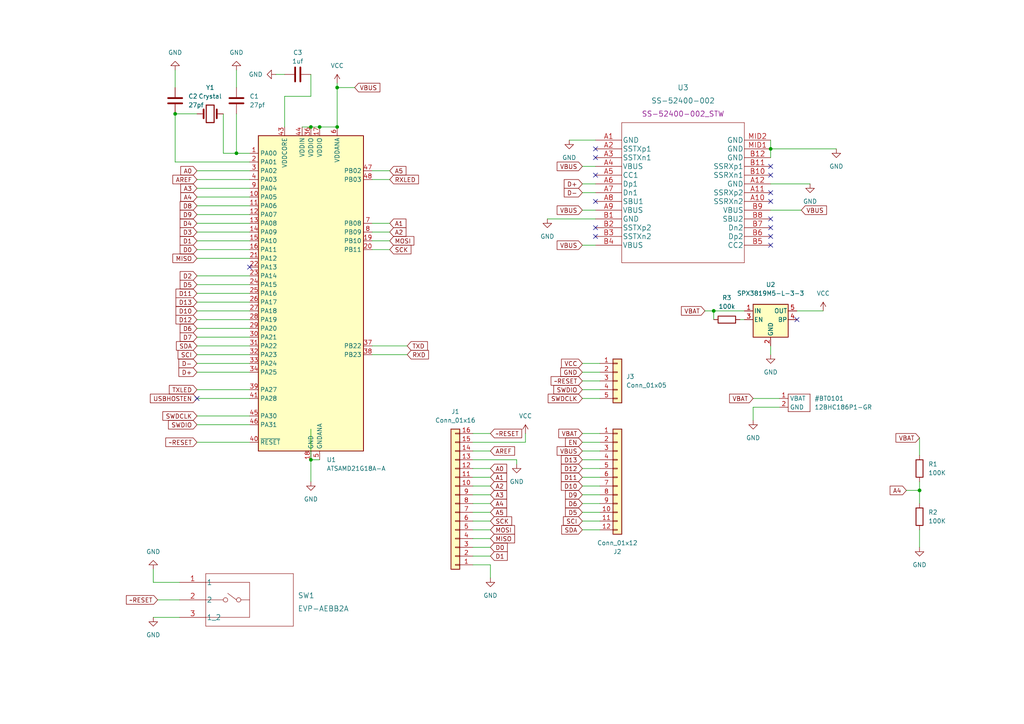
<source format=kicad_sch>
(kicad_sch (version 20211123) (generator eeschema)
  (paper "A4")
  (lib_symbols
    (symbol "12BHC186P1-GR:12BHC186P1-GR" (power) (in_bom no) (on_board no)
      (property "Reference" "#BT0101" (at 7.62 2.5401 0))
      (property "Value" "12BHC186P1-GR" (at 7.62 0.0001 0))
      (symbol "12BHC186P1-GR_0_1"
        (rectangle (start 0 3.81) (end 0 -1.27))
        (rectangle (start 6.35 -1.27) (end 0 -1.27))
        (rectangle (start 6.35 -1.27) (end 6.35 3.81))
        (rectangle (start 6.35 3.81) (end 0 3.81))
      )
      (symbol "12BHC186P1-GR_1_1"
        (pin power_out line (at -2.54 2.54 0) (length 2.54) (name "VBAT") (number "1"))
        (pin power_in line (at -2.54 0 0) (length 2.54) (name "GND") (number "2"))
      )
    )
    (symbol "Connector_Generic:Conn_01x05" (pin_names (offset 1.016) hide)
      (property "Reference" "J" (at 0 7.62 0))
      (property "Value" "Conn_01x05" (at 0 -7.62 0))
      (symbol "Conn_01x05_1_1"
        (rectangle (start -1.27 -4.953) (end 0 -5.207) (stroke (width 0.1524)))
        (rectangle (start -1.27 -2.413) (end 0 -2.667) (stroke (width 0.1524)))
        (rectangle (start -1.27 0.127) (end 0 -0.127) (stroke (width 0.1524)))
        (rectangle (start -1.27 2.667) (end 0 2.413) (stroke (width 0.1524)))
        (rectangle (start -1.27 5.207) (end 0 4.953) (stroke (width 0.1524)))
        (rectangle (start -1.27 6.35) (end 1.27 -6.35) (stroke (width 0.254)) (fill (type background)))
        (pin passive line (at -5.08 5.08 0) (length 3.81) (name "Pin_1") (number "1"))
        (pin passive line (at -5.08 2.54 0) (length 3.81) (name "Pin_2") (number "2"))
        (pin passive line (at -5.08 0 0) (length 3.81) (name "Pin_3") (number "3"))
        (pin passive line (at -5.08 -2.54 0) (length 3.81) (name "Pin_4") (number "4"))
        (pin passive line (at -5.08 -5.08 0) (length 3.81) (name "Pin_5") (number "5"))
      )
    )
    (symbol "Connector_Generic:Conn_01x12" (pin_names (offset 1.016) hide)
      (property "Reference" "J" (at 0 15.24 0))
      (property "Value" "Conn_01x12" (at 0 -17.78 0))
      (symbol "Conn_01x12_1_1"
        (rectangle (start -1.27 -15.113) (end 0 -15.367) (stroke (width 0.1524)))
        (rectangle (start -1.27 -12.573) (end 0 -12.827) (stroke (width 0.1524)))
        (rectangle (start -1.27 -10.033) (end 0 -10.287) (stroke (width 0.1524)))
        (rectangle (start -1.27 -7.493) (end 0 -7.747) (stroke (width 0.1524)))
        (rectangle (start -1.27 -4.953) (end 0 -5.207) (stroke (width 0.1524)))
        (rectangle (start -1.27 -2.413) (end 0 -2.667) (stroke (width 0.1524)))
        (rectangle (start -1.27 0.127) (end 0 -0.127) (stroke (width 0.1524)))
        (rectangle (start -1.27 2.667) (end 0 2.413) (stroke (width 0.1524)))
        (rectangle (start -1.27 5.207) (end 0 4.953) (stroke (width 0.1524)))
        (rectangle (start -1.27 7.747) (end 0 7.493) (stroke (width 0.1524)))
        (rectangle (start -1.27 10.287) (end 0 10.033) (stroke (width 0.1524)))
        (rectangle (start -1.27 12.827) (end 0 12.573) (stroke (width 0.1524)))
        (rectangle (start -1.27 13.97) (end 1.27 -16.51) (stroke (width 0.254)) (fill (type background)))
        (pin passive line (at -5.08 12.7 0) (length 3.81) (name "Pin_1") (number "1"))
        (pin passive line (at -5.08 -10.16 0) (length 3.81) (name "Pin_10") (number "10"))
        (pin passive line (at -5.08 -12.7 0) (length 3.81) (name "Pin_11") (number "11"))
        (pin passive line (at -5.08 -15.24 0) (length 3.81) (name "Pin_12") (number "12"))
        (pin passive line (at -5.08 10.16 0) (length 3.81) (name "Pin_2") (number "2"))
        (pin passive line (at -5.08 7.62 0) (length 3.81) (name "Pin_3") (number "3"))
        (pin passive line (at -5.08 5.08 0) (length 3.81) (name "Pin_4") (number "4"))
        (pin passive line (at -5.08 2.54 0) (length 3.81) (name "Pin_5") (number "5"))
        (pin passive line (at -5.08 0 0) (length 3.81) (name "Pin_6") (number "6"))
        (pin passive line (at -5.08 -2.54 0) (length 3.81) (name "Pin_7") (number "7"))
        (pin passive line (at -5.08 -5.08 0) (length 3.81) (name "Pin_8") (number "8"))
        (pin passive line (at -5.08 -7.62 0) (length 3.81) (name "Pin_9") (number "9"))
      )
    )
    (symbol "Connector_Generic:Conn_01x16" (pin_names (offset 1.016) hide)
      (property "Reference" "J" (at 0 20.32 0))
      (property "Value" "Conn_01x16" (at 0 -22.86 0))
      (symbol "Conn_01x16_1_1"
        (rectangle (start -1.27 -20.193) (end 0 -20.447) (stroke (width 0.1524)))
        (rectangle (start -1.27 -17.653) (end 0 -17.907) (stroke (width 0.1524)))
        (rectangle (start -1.27 -15.113) (end 0 -15.367) (stroke (width 0.1524)))
        (rectangle (start -1.27 -12.573) (end 0 -12.827) (stroke (width 0.1524)))
        (rectangle (start -1.27 -10.033) (end 0 -10.287) (stroke (width 0.1524)))
        (rectangle (start -1.27 -7.493) (end 0 -7.747) (stroke (width 0.1524)))
        (rectangle (start -1.27 -4.953) (end 0 -5.207) (stroke (width 0.1524)))
        (rectangle (start -1.27 -2.413) (end 0 -2.667) (stroke (width 0.1524)))
        (rectangle (start -1.27 0.127) (end 0 -0.127) (stroke (width 0.1524)))
        (rectangle (start -1.27 2.667) (end 0 2.413) (stroke (width 0.1524)))
        (rectangle (start -1.27 5.207) (end 0 4.953) (stroke (width 0.1524)))
        (rectangle (start -1.27 7.747) (end 0 7.493) (stroke (width 0.1524)))
        (rectangle (start -1.27 10.287) (end 0 10.033) (stroke (width 0.1524)))
        (rectangle (start -1.27 12.827) (end 0 12.573) (stroke (width 0.1524)))
        (rectangle (start -1.27 15.367) (end 0 15.113) (stroke (width 0.1524)))
        (rectangle (start -1.27 17.907) (end 0 17.653) (stroke (width 0.1524)))
        (rectangle (start -1.27 19.05) (end 1.27 -21.59) (stroke (width 0.254)) (fill (type background)))
        (pin passive line (at -5.08 17.78 0) (length 3.81) (name "Pin_1") (number "1"))
        (pin passive line (at -5.08 -5.08 0) (length 3.81) (name "Pin_10") (number "10"))
        (pin passive line (at -5.08 -7.62 0) (length 3.81) (name "Pin_11") (number "11"))
        (pin passive line (at -5.08 -10.16 0) (length 3.81) (name "Pin_12") (number "12"))
        (pin passive line (at -5.08 -12.7 0) (length 3.81) (name "Pin_13") (number "13"))
        (pin passive line (at -5.08 -15.24 0) (length 3.81) (name "Pin_14") (number "14"))
        (pin passive line (at -5.08 -17.78 0) (length 3.81) (name "Pin_15") (number "15"))
        (pin passive line (at -5.08 -20.32 0) (length 3.81) (name "Pin_16") (number "16"))
        (pin passive line (at -5.08 15.24 0) (length 3.81) (name "Pin_2") (number "2"))
        (pin passive line (at -5.08 12.7 0) (length 3.81) (name "Pin_3") (number "3"))
        (pin passive line (at -5.08 10.16 0) (length 3.81) (name "Pin_4") (number "4"))
        (pin passive line (at -5.08 7.62 0) (length 3.81) (name "Pin_5") (number "5"))
        (pin passive line (at -5.08 5.08 0) (length 3.81) (name "Pin_6") (number "6"))
        (pin passive line (at -5.08 2.54 0) (length 3.81) (name "Pin_7") (number "7"))
        (pin passive line (at -5.08 0 0) (length 3.81) (name "Pin_8") (number "8"))
        (pin passive line (at -5.08 -2.54 0) (length 3.81) (name "Pin_9") (number "9"))
      )
    )
    (symbol "Device:C" (pin_numbers hide) (pin_names (offset 0.254))
      (property "Reference" "C" (at 0.635 2.54 0))
      (property "Value" "C" (at 0.635 -2.54 0))
      (symbol "C_0_1"
        (polyline (pts (xy -2.032 -0.762) (xy 2.032 -0.762)) (stroke (width 0.508)))
        (polyline (pts (xy -2.032 0.762) (xy 2.032 0.762)) (stroke (width 0.508)))
      )
      (symbol "C_1_1"
        (pin passive line (at 0 3.81 270) (length 2.794) (name "~") (number "1"))
        (pin passive line (at 0 -3.81 90) (length 2.794) (name "~") (number "2"))
      )
    )
    (symbol "Device:Crystal" (pin_numbers hide) (pin_names (offset 1.016) hide)
      (property "Reference" "Y" (at 0 3.81 0))
      (property "Value" "Crystal" (at 0 -3.81 0))
      (symbol "Crystal_0_1"
        (rectangle (start -1.143 2.54) (end 1.143 -2.54) (stroke (width 0.3048)))
        (polyline (pts (xy -2.54 0) (xy -1.905 0)))
        (polyline (pts (xy -1.905 -1.27) (xy -1.905 1.27)) (stroke (width 0.508)))
        (polyline (pts (xy 1.905 -1.27) (xy 1.905 1.27)) (stroke (width 0.508)))
        (polyline (pts (xy 2.54 0) (xy 1.905 0)))
      )
      (symbol "Crystal_1_1"
        (pin passive line (at -3.81 0 0) (length 1.27) (name "1") (number "1"))
        (pin passive line (at 3.81 0 180) (length 1.27) (name "2") (number "2"))
      )
    )
    (symbol "Device:R" (pin_numbers hide) (pin_names (offset 0))
      (property "Reference" "R" (at 2.032 0 90))
      (property "Value" "R" (at 0 0 90))
      (symbol "R_0_1"
        (rectangle (start -1.016 -2.54) (end 1.016 2.54) (stroke (width 0.254)))
      )
      (symbol "R_1_1"
        (pin passive line (at 0 3.81 270) (length 1.27) (name "~") (number "1"))
        (pin passive line (at 0 -3.81 90) (length 1.27) (name "~") (number "2"))
      )
    )
    (symbol "EVP-AEGE2A:EVP-AEBB2A" (pin_names (offset 0.254))
      (property "Reference" "SW" (at 20.32 7.62 0))
      (property "Value" "EVP-AEBB2A" (at 20.32 5.08 0))
      (symbol "EVP-AEBB2A_1_1"
        (polyline (pts (xy 7.62 -12.7) (xy 33.02 -12.7)) (stroke (width 0.127)))
        (polyline (pts (xy 7.62 -5.08) (xy 12.7 -5.08)) (stroke (width 0.127)))
        (polyline (pts (xy 7.62 0) (xy 20.32 0)) (stroke (width 0.127)))
        (polyline (pts (xy 7.62 2.54) (xy 7.62 -12.7)) (stroke (width 0.127)))
        (polyline (pts (xy 16.51 -5.08) (xy 13.97 -3.175)) (stroke (width 0.127)))
        (polyline (pts (xy 20.32 -10.16) (xy 7.62 -10.16)) (stroke (width 0.127)))
        (polyline (pts (xy 20.32 -5.08) (xy 17.78 -5.08)) (stroke (width 0.127)))
        (polyline (pts (xy 20.32 0) (xy 20.32 -10.16)) (stroke (width 0.127)))
        (polyline (pts (xy 33.02 -12.7) (xy 33.02 2.54)) (stroke (width 0.127)))
        (polyline (pts (xy 33.02 2.54) (xy 7.62 2.54)) (stroke (width 0.127)))
        (arc (start 12.7 -5.08) (mid 13.97 -5.08) (end 12.7 -5.08) (stroke (width 0.127)))
        (circle (center 13.335 -5.08) (radius 0.635) (stroke (width 0.127)))
        (arc (start 16.51 -5.08) (mid 17.78 -5.08) (end 16.51 -5.08) (stroke (width 0.127)))
        (circle (center 17.145 -5.08) (radius 0.635) (stroke (width 0.127)))
        (pin bidirectional line (at 0 0 0) (length 7.62) (name "1") (number "1"))
        (pin bidirectional line (at 0 -5.08 0) (length 7.62) (name "2") (number "2"))
        (pin bidirectional line (at 0 -10.16 0) (length 7.62) (name "1_2") (number "3"))
      )
    )
    (symbol "MCU_Microchip_SAMD:ATSAMD21G18A-A"
      (property "Reference" "U" (at -13.97 46.99 0))
      (property "Value" "ATSAMD21G18A-A" (at 16.51 46.99 0))
      (symbol "ATSAMD21G18A-A_0_1"
        (rectangle (start -15.24 45.72) (end 15.24 -45.72) (stroke (width 0.254)) (fill (type background)))
      )
      (symbol "ATSAMD21G18A-A_1_1"
        (pin bidirectional line (at -17.78 40.64 0) (length 2.54) (name "PA00") (number "1"))
        (pin bidirectional line (at -17.78 27.94 0) (length 2.54) (name "PA05") (number "10"))
        (pin bidirectional line (at -17.78 25.4 0) (length 2.54) (name "PA06") (number "11"))
        (pin bidirectional line (at -17.78 22.86 0) (length 2.54) (name "PA07") (number "12"))
        (pin bidirectional line (at -17.78 20.32 0) (length 2.54) (name "PA08") (number "13"))
        (pin bidirectional line (at -17.78 17.78 0) (length 2.54) (name "PA09") (number "14"))
        (pin bidirectional line (at -17.78 15.24 0) (length 2.54) (name "PA10") (number "15"))
        (pin bidirectional line (at -17.78 12.7 0) (length 2.54) (name "PA11") (number "16"))
        (pin power_in line (at 2.54 48.26 270) (length 2.54) (name "VDDIO") (number "17"))
        (pin power_in line (at 0 -48.26 90) (length 2.54) (name "GND") (number "18"))
        (pin bidirectional line (at 17.78 15.24 180) (length 2.54) (name "PB10") (number "19"))
        (pin bidirectional line (at -17.78 38.1 0) (length 2.54) (name "PA01") (number "2"))
        (pin bidirectional line (at 17.78 12.7 180) (length 2.54) (name "PB11") (number "20"))
        (pin bidirectional line (at -17.78 10.16 0) (length 2.54) (name "PA12") (number "21"))
        (pin bidirectional line (at -17.78 7.62 0) (length 2.54) (name "PA13") (number "22"))
        (pin bidirectional line (at -17.78 5.08 0) (length 2.54) (name "PA14") (number "23"))
        (pin bidirectional line (at -17.78 2.54 0) (length 2.54) (name "PA15") (number "24"))
        (pin bidirectional line (at -17.78 0 0) (length 2.54) (name "PA16") (number "25"))
        (pin bidirectional line (at -17.78 -2.54 0) (length 2.54) (name "PA17") (number "26"))
        (pin bidirectional line (at -17.78 -5.08 0) (length 2.54) (name "PA18") (number "27"))
        (pin bidirectional line (at -17.78 -7.62 0) (length 2.54) (name "PA19") (number "28"))
        (pin bidirectional line (at -17.78 -10.16 0) (length 2.54) (name "PA20") (number "29"))
        (pin bidirectional line (at -17.78 35.56 0) (length 2.54) (name "PA02") (number "3"))
        (pin bidirectional line (at -17.78 -12.7 0) (length 2.54) (name "PA21") (number "30"))
        (pin bidirectional line (at -17.78 -15.24 0) (length 2.54) (name "PA22") (number "31"))
        (pin bidirectional line (at -17.78 -17.78 0) (length 2.54) (name "PA23") (number "32"))
        (pin bidirectional line (at -17.78 -20.32 0) (length 2.54) (name "PA24") (number "33"))
        (pin bidirectional line (at -17.78 -22.86 0) (length 2.54) (name "PA25") (number "34"))
        (pin passive line (at 0 -48.26 90) (length 2.54) hide (name "GND") (number "35"))
        (pin power_in line (at 0 48.26 270) (length 2.54) (name "VDDIO") (number "36"))
        (pin bidirectional line (at 17.78 -15.24 180) (length 2.54) (name "PB22") (number "37"))
        (pin bidirectional line (at 17.78 -17.78 180) (length 2.54) (name "PB23") (number "38"))
        (pin bidirectional line (at -17.78 -27.94 0) (length 2.54) (name "PA27") (number "39"))
        (pin bidirectional line (at -17.78 33.02 0) (length 2.54) (name "PA03") (number "4"))
        (pin input line (at -17.78 -43.18 0) (length 2.54) (name "~{RESET}") (number "40"))
        (pin bidirectional line (at -17.78 -30.48 0) (length 2.54) (name "PA28") (number "41"))
        (pin passive line (at 0 -48.26 90) (length 2.54) hide (name "GND") (number "42"))
        (pin power_out line (at -7.62 48.26 270) (length 2.54) (name "VDDCORE") (number "43"))
        (pin power_in line (at -2.54 48.26 270) (length 2.54) (name "VDDIN") (number "44"))
        (pin bidirectional line (at -17.78 -35.56 0) (length 2.54) (name "PA30") (number "45"))
        (pin bidirectional line (at -17.78 -38.1 0) (length 2.54) (name "PA31") (number "46"))
        (pin bidirectional line (at 17.78 35.56 180) (length 2.54) (name "PB02") (number "47"))
        (pin bidirectional line (at 17.78 33.02 180) (length 2.54) (name "PB03") (number "48"))
        (pin power_in line (at 2.54 -48.26 90) (length 2.54) (name "GNDANA") (number "5"))
        (pin power_in line (at 7.62 48.26 270) (length 2.54) (name "VDDANA") (number "6"))
        (pin bidirectional line (at 17.78 20.32 180) (length 2.54) (name "PB08") (number "7"))
        (pin bidirectional line (at 17.78 17.78 180) (length 2.54) (name "PB09") (number "8"))
        (pin bidirectional line (at -17.78 30.48 0) (length 2.54) (name "PA04") (number "9"))
      )
    )
    (symbol "Regulator_Linear:SPX3819M5-L-3-3" (pin_names (offset 0.254))
      (property "Reference" "U2" (at 0 10.16 0))
      (property "Value" "SPX3819M5-L-3-3" (at 0 7.62 0))
      (symbol "SPX3819M5-L-3-3_0_1"
        (rectangle (start -5.08 4.445) (end 5.08 -5.08) (stroke (width 0.254)) (fill (type background)))
      )
      (symbol "SPX3819M5-L-3-3_1_1"
        (pin power_in line (at -7.62 2.54 0) (length 2.54) (name "IN") (number "1"))
        (pin power_out line (at 0 -7.62 90) (length 2.54) (name "GND") (number "2"))
        (pin input line (at -7.62 0 0) (length 2.54) (name "EN") (number "3"))
        (pin input line (at 7.62 0 180) (length 2.54) (name "BP") (number "4"))
        (pin power_out line (at 7.62 2.54 180) (length 2.54) (name "OUT") (number "5"))
      )
    )
    (symbol "SS-52400-002:SS-52400-002" (pin_names (offset 0.254))
      (property "Reference" "U" (at 25.4 10.16 0))
      (property "Value" "SS-52400-002" (at 25.4 7.62 0))
      (symbol "SS-52400-002_1_1"
        (polyline (pts (xy 7.62 -35.56) (xy 43.18 -35.56)) (stroke (width 0.127)))
        (polyline (pts (xy 7.62 5.08) (xy 7.62 -35.56)) (stroke (width 0.127)))
        (polyline (pts (xy 43.18 -35.56) (xy 43.18 5.08)) (stroke (width 0.127)))
        (polyline (pts (xy 43.18 5.08) (xy 7.62 5.08)) (stroke (width 0.127)))
        (pin power_in line (at 0 0 0) (length 7.62) (name "GND") (number "A1"))
        (pin bidirectional line (at 50.8 -17.78 180) (length 7.62) (name "SSRXn2") (number "A10"))
        (pin bidirectional line (at 50.8 -15.24 180) (length 7.62) (name "SSRXp2") (number "A11"))
        (pin power_in line (at 50.8 -12.7 180) (length 7.62) (name "GND") (number "A12"))
        (pin bidirectional line (at 0 -2.54 0) (length 7.62) (name "SSTXp1") (number "A2"))
        (pin bidirectional line (at 0 -5.08 0) (length 7.62) (name "SSTXn1") (number "A3"))
        (pin power_in line (at 0 -7.62 0) (length 7.62) (name "VBUS") (number "A4"))
        (pin bidirectional line (at 0 -10.16 0) (length 7.62) (name "CC1") (number "A5"))
        (pin bidirectional line (at 0 -12.7 0) (length 7.62) (name "Dp1") (number "A6"))
        (pin bidirectional line (at 0 -15.24 0) (length 7.62) (name "Dn1") (number "A7"))
        (pin bidirectional line (at 0 -17.78 0) (length 7.62) (name "SBU1") (number "A8"))
        (pin power_in line (at 0 -20.32 0) (length 7.62) (name "VBUS") (number "A9"))
        (pin power_in line (at 0 -22.86 0) (length 7.62) (name "GND") (number "B1"))
        (pin bidirectional line (at 50.8 -10.16 180) (length 7.62) (name "SSRXn1") (number "B10"))
        (pin bidirectional line (at 50.8 -7.62 180) (length 7.62) (name "SSRXp1") (number "B11"))
        (pin power_in line (at 50.8 -5.08 180) (length 7.62) (name "GND") (number "B12"))
        (pin bidirectional line (at 0 -25.4 0) (length 7.62) (name "SSTXp2") (number "B2"))
        (pin bidirectional line (at 0 -27.94 0) (length 7.62) (name "SSTXn2") (number "B3"))
        (pin power_in line (at 0 -30.48 0) (length 7.62) (name "VBUS") (number "B4"))
        (pin bidirectional line (at 50.8 -30.48 180) (length 7.62) (name "CC2") (number "B5"))
        (pin bidirectional line (at 50.8 -27.94 180) (length 7.62) (name "Dp2") (number "B6"))
        (pin bidirectional line (at 50.8 -25.4 180) (length 7.62) (name "Dn2") (number "B7"))
        (pin bidirectional line (at 50.8 -22.86 180) (length 7.62) (name "SBU2") (number "B8"))
        (pin power_in line (at 50.8 -20.32 180) (length 7.62) (name "VBUS") (number "B9"))
        (pin power_in line (at 50.8 -2.54 180) (length 7.62) (name "GND") (number "MID1"))
        (pin power_in line (at 50.8 0 180) (length 7.62) (name "GND") (number "MID2"))
      )
    )
    (symbol "power:GND" (power) (pin_names (offset 0))
      (property "Value" "GND" (at 0 -3.81 0))
      (symbol "GND_0_1"
        (polyline (pts (xy 0 0) (xy 0 -1.27) (xy 1.27 -1.27) (xy 0 -2.54) (xy -1.27 -1.27) (xy 0 -1.27)))
      )
      (symbol "GND_1_1"
        (pin power_in line (at 0 0 270) (length 0) hide (name "GND") (number "1"))
      )
    )
    (symbol "power:VCC" (power) (pin_names (offset 0))
      (property "Value" "VCC" (at 0 3.81 0))
      (symbol "VCC_0_1"
        (polyline (pts (xy -0.762 1.27) (xy 0 2.54)))
        (polyline (pts (xy 0 0) (xy 0 2.54)))
        (polyline (pts (xy 0 2.54) (xy 0.762 1.27)))
      )
      (symbol "VCC_1_1"
        (pin power_in line (at 0 0 90) (length 0) hide (name "VCC") (number "1"))
      )
    )
  )
  (junction (at 266.7 142.24))
  (junction (at 50.8 33.02))
  (junction (at 90.17 36.83))
  (junction (at 68.58 44.45))
  (junction (at 207.01 90.17))
  (junction (at 90.17 133.35))
  (junction (at 97.79 25.4))
  (junction (at 223.52 43.18))
  (junction (at 97.79 36.83))
  (junction (at 92.71 36.83))
  (no_connect (at 72.39 77.47))
  (no_connect (at 223.52 68.58))
  (no_connect (at 223.52 71.12))
  (no_connect (at 172.72 50.8))
  (no_connect (at 57.15 115.57))
  (no_connect (at 231.14 92.71))
  (no_connect (at 172.72 45.72))
  (no_connect (at 172.72 66.04))
  (no_connect (at 223.52 58.42))
  (no_connect (at 223.52 66.04))
  (no_connect (at 223.52 55.88))
  (no_connect (at 172.72 58.42))
  (no_connect (at 172.72 68.58))
  (no_connect (at 172.72 43.18))
  (no_connect (at 223.52 50.8))
  (no_connect (at 223.52 48.26))
  (no_connect (at 223.52 63.5))
  (wire (pts (xy 173.99 128.27) (xy 168.91 128.27)))
  (wire (pts (xy 137.16 138.43) (xy 142.24 138.43)))
  (wire (pts (xy 113.03 67.31) (xy 107.95 67.31)))
  (wire (pts (xy 168.91 135.89) (xy 173.99 135.89)))
  (wire (pts (xy 165.1 40.64) (xy 172.72 40.64)))
  (wire (pts (xy 173.99 153.67) (xy 168.91 153.67)))
  (wire (pts (xy 44.45 168.91) (xy 52.07 168.91)))
  (wire (pts (xy 168.91 140.97) (xy 173.99 140.97)))
  (wire (pts (xy 266.7 127) (xy 266.7 132.08)))
  (wire (pts (xy 57.15 128.27) (xy 72.39 128.27)))
  (wire (pts (xy 57.15 95.25) (xy 72.39 95.25)))
  (wire (pts (xy 142.24 163.83) (xy 142.24 167.64)))
  (wire (pts (xy 207.01 92.71) (xy 207.01 90.17)))
  (wire (pts (xy 44.45 165.1) (xy 44.45 168.91)))
  (wire (pts (xy 168.91 107.95) (xy 173.99 107.95)))
  (wire (pts (xy 72.39 82.55) (xy 57.15 82.55)))
  (wire (pts (xy 57.15 90.17) (xy 72.39 90.17)))
  (wire (pts (xy 82.55 36.83) (xy 82.55 27.94)))
  (wire (pts (xy 72.39 54.61) (xy 57.15 54.61)))
  (wire (pts (xy 113.03 72.39) (xy 107.95 72.39)))
  (wire (pts (xy 152.4 128.27) (xy 152.4 125.73)))
  (wire (pts (xy 57.15 62.23) (xy 72.39 62.23)))
  (wire (pts (xy 137.16 161.29) (xy 142.24 161.29)))
  (wire (pts (xy 137.16 133.35) (xy 149.86 133.35)))
  (wire (pts (xy 137.16 130.81) (xy 142.24 130.81)))
  (wire (pts (xy 72.39 74.93) (xy 57.15 74.93)))
  (wire (pts (xy 90.17 133.35) (xy 92.71 133.35)))
  (wire (pts (xy 68.58 44.45) (xy 64.77 44.45)))
  (wire (pts (xy 266.7 158.75) (xy 266.7 153.67)))
  (wire (pts (xy 207.01 90.17) (xy 215.9 90.17)))
  (wire (pts (xy 168.91 53.34) (xy 172.72 53.34)))
  (wire (pts (xy 168.91 115.57) (xy 173.99 115.57)))
  (wire (pts (xy 68.58 25.4) (xy 68.58 20.32)))
  (wire (pts (xy 57.15 80.01) (xy 72.39 80.01)))
  (wire (pts (xy 223.52 40.64) (xy 223.52 43.18)))
  (wire (pts (xy 72.39 46.99) (xy 50.8 46.99)))
  (wire (pts (xy 172.72 60.96) (xy 168.91 60.96)))
  (wire (pts (xy 57.15 72.39) (xy 72.39 72.39)))
  (wire (pts (xy 72.39 59.69) (xy 57.15 59.69)))
  (wire (pts (xy 72.39 107.95) (xy 57.15 107.95)))
  (wire (pts (xy 80.01 21.59) (xy 82.55 21.59)))
  (wire (pts (xy 262.89 142.24) (xy 266.7 142.24)))
  (wire (pts (xy 68.58 33.02) (xy 68.58 44.45)))
  (wire (pts (xy 173.99 133.35) (xy 168.91 133.35)))
  (wire (pts (xy 137.16 128.27) (xy 152.4 128.27)))
  (wire (pts (xy 149.86 133.35) (xy 149.86 134.62)))
  (wire (pts (xy 204.47 90.17) (xy 207.01 90.17)))
  (wire (pts (xy 137.16 143.51) (xy 142.24 143.51)))
  (wire (pts (xy 72.39 64.77) (xy 57.15 64.77)))
  (wire (pts (xy 118.11 100.33) (xy 107.95 100.33)))
  (wire (pts (xy 50.8 25.4) (xy 50.8 20.32)))
  (wire (pts (xy 137.16 125.73) (xy 142.24 125.73)))
  (wire (pts (xy 173.99 143.51) (xy 168.91 143.51)))
  (wire (pts (xy 137.16 153.67) (xy 142.24 153.67)))
  (wire (pts (xy 57.15 120.65) (xy 72.39 120.65)))
  (wire (pts (xy 137.16 148.59) (xy 142.24 148.59)))
  (wire (pts (xy 266.7 139.7) (xy 266.7 142.24)))
  (wire (pts (xy 72.39 44.45) (xy 68.58 44.45)))
  (wire (pts (xy 137.16 163.83) (xy 142.24 163.83)))
  (wire (pts (xy 50.8 46.99) (xy 50.8 33.02)))
  (wire (pts (xy 57.15 105.41) (xy 72.39 105.41)))
  (wire (pts (xy 57.15 100.33) (xy 72.39 100.33)))
  (wire (pts (xy 173.99 138.43) (xy 168.91 138.43)))
  (wire (pts (xy 113.03 52.07) (xy 107.95 52.07)))
  (wire (pts (xy 223.52 100.33) (xy 223.52 102.87)))
  (wire (pts (xy 168.91 71.12) (xy 172.72 71.12)))
  (wire (pts (xy 57.15 33.02) (xy 50.8 33.02)))
  (wire (pts (xy 57.15 52.07) (xy 72.39 52.07)))
  (wire (pts (xy 218.44 118.11) (xy 218.44 121.92)))
  (wire (pts (xy 90.17 124.46) (xy 90.17 133.35)))
  (wire (pts (xy 137.16 140.97) (xy 142.24 140.97)))
  (wire (pts (xy 158.75 63.5) (xy 172.72 63.5)))
  (wire (pts (xy 82.55 27.94) (xy 90.17 27.94)))
  (wire (pts (xy 113.03 49.53) (xy 107.95 49.53)))
  (wire (pts (xy 118.11 102.87) (xy 107.95 102.87)))
  (wire (pts (xy 57.15 113.03) (xy 72.39 113.03)))
  (wire (pts (xy 266.7 142.24) (xy 266.7 146.05)))
  (wire (pts (xy 218.44 115.57) (xy 226.06 115.57)))
  (wire (pts (xy 137.16 146.05) (xy 142.24 146.05)))
  (wire (pts (xy 107.95 69.85) (xy 113.03 69.85)))
  (wire (pts (xy 52.07 173.99) (xy 45.72 173.99)))
  (wire (pts (xy 72.39 123.19) (xy 57.15 123.19)))
  (wire (pts (xy 173.99 148.59) (xy 168.91 148.59)))
  (wire (pts (xy 226.06 118.11) (xy 218.44 118.11)))
  (wire (pts (xy 57.15 85.09) (xy 72.39 85.09)))
  (wire (pts (xy 90.17 139.7) (xy 90.17 133.35)))
  (wire (pts (xy 234.95 53.34) (xy 223.52 53.34)))
  (wire (pts (xy 137.16 151.13) (xy 142.24 151.13)))
  (wire (pts (xy 64.77 44.45) (xy 64.77 33.02)))
  (wire (pts (xy 72.39 115.57) (xy 57.15 115.57)))
  (wire (pts (xy 57.15 57.15) (xy 72.39 57.15)))
  (wire (pts (xy 173.99 151.13) (xy 168.91 151.13)))
  (wire (pts (xy 137.16 156.21) (xy 142.24 156.21)))
  (wire (pts (xy 223.52 43.18) (xy 242.57 43.18)))
  (wire (pts (xy 57.15 67.31) (xy 72.39 67.31)))
  (wire (pts (xy 172.72 48.26) (xy 168.91 48.26)))
  (wire (pts (xy 44.45 179.07) (xy 52.07 179.07)))
  (wire (pts (xy 214.63 92.71) (xy 215.9 92.71)))
  (wire (pts (xy 238.76 90.17) (xy 231.14 90.17)))
  (wire (pts (xy 97.79 25.4) (xy 97.79 36.83)))
  (wire (pts (xy 168.91 113.03) (xy 173.99 113.03)))
  (wire (pts (xy 168.91 125.73) (xy 173.99 125.73)))
  (wire (pts (xy 107.95 64.77) (xy 113.03 64.77)))
  (wire (pts (xy 90.17 27.94) (xy 90.17 21.59)))
  (wire (pts (xy 168.91 110.49) (xy 173.99 110.49)))
  (wire (pts (xy 97.79 24.13) (xy 97.79 25.4)))
  (wire (pts (xy 223.52 45.72) (xy 223.52 43.18)))
  (wire (pts (xy 168.91 146.05) (xy 173.99 146.05)))
  (wire (pts (xy 72.39 102.87) (xy 57.15 102.87)))
  (wire (pts (xy 168.91 130.81) (xy 173.99 130.81)))
  (wire (pts (xy 137.16 135.89) (xy 142.24 135.89)))
  (wire (pts (xy 90.17 36.83) (xy 87.63 36.83)))
  (wire (pts (xy 72.39 97.79) (xy 57.15 97.79)))
  (wire (pts (xy 72.39 69.85) (xy 57.15 69.85)))
  (wire (pts (xy 72.39 92.71) (xy 57.15 92.71)))
  (wire (pts (xy 72.39 87.63) (xy 57.15 87.63)))
  (wire (pts (xy 57.15 49.53) (xy 72.39 49.53)))
  (wire (pts (xy 97.79 36.83) (xy 92.71 36.83)))
  (wire (pts (xy 168.91 105.41) (xy 173.99 105.41)))
  (wire (pts (xy 168.91 55.88) (xy 172.72 55.88)))
  (wire (pts (xy 97.79 25.4) (xy 102.87 25.4)))
  (wire (pts (xy 223.52 60.96) (xy 232.41 60.96)))
  (wire (pts (xy 137.16 158.75) (xy 142.24 158.75)))
  (wire (pts (xy 92.71 36.83) (xy 90.17 36.83)))
  (global_label "D13" (shape input) (at 168.91 133.35 180) (property "Intersheet References" "${INTERSHEET_REFS}" (effects hide)))
  (global_label "SCK" (shape input) (at 113.03 72.39 0) (property "Intersheet References" "${INTERSHEET_REFS}" (effects hide)))
  (global_label "D-" (shape input) (at 57.15 105.41 180) (property "Intersheet References" "${INTERSHEET_REFS}" (effects hide)))
  (global_label "EN" (shape input) (at 168.91 128.27 180) (property "Intersheet References" "${INTERSHEET_REFS}" (effects hide)))
  (global_label "D10" (shape input) (at 168.91 140.97 180) (property "Intersheet References" "${INTERSHEET_REFS}" (effects hide)))
  (global_label "VBAT" (shape input) (at 168.91 125.73 180) (property "Intersheet References" "${INTERSHEET_REFS}" (effects hide)))
  (global_label "D4" (shape input) (at 57.15 64.77 180) (property "Intersheet References" "${INTERSHEET_REFS}" (effects hide)))
  (global_label "A1" (shape input) (at 113.03 64.77 0) (property "Intersheet References" "${INTERSHEET_REFS}" (effects hide)))
  (global_label "D8" (shape input) (at 57.15 59.69 180) (property "Intersheet References" "${INTERSHEET_REFS}" (effects hide)))
  (global_label "VBUS" (shape input) (at 232.41 60.96 0) (property "Intersheet References" "${INTERSHEET_REFS}" (effects hide)))
  (global_label "A5" (shape input) (at 142.24 148.59 0) (property "Intersheet References" "${INTERSHEET_REFS}" (effects hide)))
  (global_label "SWDCLK" (shape input) (at 57.15 120.65 180) (property "Intersheet References" "${INTERSHEET_REFS}" (effects hide)))
  (global_label "A0" (shape input) (at 57.15 49.53 180) (property "Intersheet References" "${INTERSHEET_REFS}" (effects hide)))
  (global_label "D1" (shape input) (at 142.24 161.29 0) (property "Intersheet References" "${INTERSHEET_REFS}" (effects hide)))
  (global_label "D11" (shape input) (at 57.15 85.09 180) (property "Intersheet References" "${INTERSHEET_REFS}" (effects hide)))
  (global_label "SCI" (shape input) (at 57.15 102.87 180) (property "Intersheet References" "${INTERSHEET_REFS}" (effects hide)))
  (global_label "MISO" (shape input) (at 142.24 156.21 0) (property "Intersheet References" "${INTERSHEET_REFS}" (effects hide)))
  (global_label "VBAT" (shape input) (at 204.47 90.17 180) (property "Intersheet References" "${INTERSHEET_REFS}" (effects hide)))
  (global_label "USBHOSTEN" (shape input) (at 57.15 115.57 180) (property "Intersheet References" "${INTERSHEET_REFS}" (effects hide)))
  (global_label "RXLED" (shape input) (at 113.03 52.07 0) (property "Intersheet References" "${INTERSHEET_REFS}" (effects hide)))
  (global_label "D3" (shape input) (at 57.15 67.31 180) (property "Intersheet References" "${INTERSHEET_REFS}" (effects hide)))
  (global_label "A4" (shape input) (at 57.15 57.15 180) (property "Intersheet References" "${INTERSHEET_REFS}" (effects hide)))
  (global_label "D2" (shape input) (at 57.15 80.01 180) (property "Intersheet References" "${INTERSHEET_REFS}" (effects hide)))
  (global_label "A4" (shape input) (at 262.89 142.24 180) (property "Intersheet References" "${INTERSHEET_REFS}" (effects hide)))
  (global_label "SDA" (shape input) (at 57.15 100.33 180) (property "Intersheet References" "${INTERSHEET_REFS}" (effects hide)))
  (global_label "MOSI" (shape input) (at 113.03 69.85 0) (property "Intersheet References" "${INTERSHEET_REFS}" (effects hide)))
  (global_label "A0" (shape input) (at 142.24 135.89 0) (property "Intersheet References" "${INTERSHEET_REFS}" (effects hide)))
  (global_label "VBUS" (shape input) (at 168.91 130.81 180) (property "Intersheet References" "${INTERSHEET_REFS}" (effects hide)))
  (global_label "A3" (shape input) (at 142.24 143.51 0) (property "Intersheet References" "${INTERSHEET_REFS}" (effects hide)))
  (global_label "~RESET" (shape input) (at 168.91 110.49 180) (property "Intersheet References" "${INTERSHEET_REFS}" (effects hide)))
  (global_label "A2" (shape input) (at 142.24 140.97 0) (property "Intersheet References" "${INTERSHEET_REFS}" (effects hide)))
  (global_label "SCK" (shape input) (at 142.24 151.13 0) (property "Intersheet References" "${INTERSHEET_REFS}" (effects hide)))
  (global_label "SDA" (shape input) (at 168.91 153.67 180) (property "Intersheet References" "${INTERSHEET_REFS}" (effects hide)))
  (global_label "D12" (shape input) (at 168.91 135.89 180) (property "Intersheet References" "${INTERSHEET_REFS}" (effects hide)))
  (global_label "TXLED" (shape input) (at 57.15 113.03 180) (property "Intersheet References" "${INTERSHEET_REFS}" (effects hide)))
  (global_label "VBUS" (shape input) (at 168.91 71.12 180) (property "Intersheet References" "${INTERSHEET_REFS}" (effects hide)))
  (global_label "D-" (shape input) (at 168.91 55.88 180) (property "Intersheet References" "${INTERSHEET_REFS}" (effects hide)))
  (global_label "VBAT" (shape input) (at 266.7 127 180) (property "Intersheet References" "${INTERSHEET_REFS}" (effects hide)))
  (global_label "RXD" (shape input) (at 118.11 102.87 0) (property "Intersheet References" "${INTERSHEET_REFS}" (effects hide)))
  (global_label "VBUS" (shape input) (at 102.87 25.4 0) (property "Intersheet References" "${INTERSHEET_REFS}" (effects hide)))
  (global_label "D6" (shape input) (at 57.15 95.25 180) (property "Intersheet References" "${INTERSHEET_REFS}" (effects hide)))
  (global_label "D5" (shape input) (at 57.15 82.55 180) (property "Intersheet References" "${INTERSHEET_REFS}" (effects hide)))
  (global_label "D10" (shape input) (at 57.15 90.17 180) (property "Intersheet References" "${INTERSHEET_REFS}" (effects hide)))
  (global_label "D6" (shape input) (at 168.91 146.05 180) (property "Intersheet References" "${INTERSHEET_REFS}" (effects hide)))
  (global_label "GND" (shape input) (at 168.91 107.95 180) (property "Intersheet References" "${INTERSHEET_REFS}" (effects hide)))
  (global_label "D1" (shape input) (at 57.15 69.85 180) (property "Intersheet References" "${INTERSHEET_REFS}" (effects hide)))
  (global_label "D11" (shape input) (at 168.91 138.43 180) (property "Intersheet References" "${INTERSHEET_REFS}" (effects hide)))
  (global_label "AREF" (shape input) (at 57.15 52.07 180) (property "Intersheet References" "${INTERSHEET_REFS}" (effects hide)))
  (global_label "VBUS" (shape input) (at 168.91 48.26 180) (property "Intersheet References" "${INTERSHEET_REFS}" (effects hide)))
  (global_label "MISO" (shape input) (at 57.15 74.93 180) (property "Intersheet References" "${INTERSHEET_REFS}" (effects hide)))
  (global_label "D0" (shape input) (at 57.15 72.39 180) (property "Intersheet References" "${INTERSHEET_REFS}" (effects hide)))
  (global_label "D13" (shape input) (at 57.15 87.63 180) (property "Intersheet References" "${INTERSHEET_REFS}" (effects hide)))
  (global_label "~RESET" (shape input) (at 57.15 128.27 180) (property "Intersheet References" "${INTERSHEET_REFS}" (effects hide)))
  (global_label "~RESET" (shape input) (at 142.24 125.73 0) (property "Intersheet References" "${INTERSHEET_REFS}" (effects hide)))
  (global_label "SWDCLK" (shape input) (at 168.91 115.57 180) (property "Intersheet References" "${INTERSHEET_REFS}" (effects hide)))
  (global_label "D+" (shape input) (at 57.15 107.95 180) (property "Intersheet References" "${INTERSHEET_REFS}" (effects hide)))
  (global_label "A1" (shape input) (at 142.24 138.43 0) (property "Intersheet References" "${INTERSHEET_REFS}" (effects hide)))
  (global_label "D7" (shape input) (at 57.15 97.79 180) (property "Intersheet References" "${INTERSHEET_REFS}" (effects hide)))
  (global_label "D9" (shape input) (at 57.15 62.23 180) (property "Intersheet References" "${INTERSHEET_REFS}" (effects hide)))
  (global_label "VBUS" (shape input) (at 168.91 60.96 180) (property "Intersheet References" "${INTERSHEET_REFS}" (effects hide)))
  (global_label "D9" (shape input) (at 168.91 143.51 180) (property "Intersheet References" "${INTERSHEET_REFS}" (effects hide)))
  (global_label "D12" (shape input) (at 57.15 92.71 180) (property "Intersheet References" "${INTERSHEET_REFS}" (effects hide)))
  (global_label "MOSI" (shape input) (at 142.24 153.67 0) (property "Intersheet References" "${INTERSHEET_REFS}" (effects hide)))
  (global_label "A4" (shape input) (at 142.24 146.05 0) (property "Intersheet References" "${INTERSHEET_REFS}" (effects hide)))
  (global_label "D0" (shape input) (at 142.24 158.75 0) (property "Intersheet References" "${INTERSHEET_REFS}" (effects hide)))
  (global_label "~RESET" (shape input) (at 45.72 173.99 180) (property "Intersheet References" "${INTERSHEET_REFS}" (effects hide)))
  (global_label "D+" (shape input) (at 168.91 53.34 180) (property "Intersheet References" "${INTERSHEET_REFS}" (effects hide)))
  (global_label "SCI" (shape input) (at 168.91 151.13 180) (property "Intersheet References" "${INTERSHEET_REFS}" (effects hide)))
  (global_label "AREF" (shape input) (at 142.24 130.81 0) (property "Intersheet References" "${INTERSHEET_REFS}" (effects hide)))
  (global_label "TXD" (shape input) (at 118.11 100.33 0) (property "Intersheet References" "${INTERSHEET_REFS}" (effects hide)))
  (global_label "VBAT" (shape input) (at 218.44 115.57 180) (property "Intersheet References" "${INTERSHEET_REFS}" (effects hide)))
  (global_label "SWDIO" (shape input) (at 168.91 113.03 180) (property "Intersheet References" "${INTERSHEET_REFS}" (effects hide)))
  (global_label "VCC" (shape input) (at 168.91 105.41 180) (property "Intersheet References" "${INTERSHEET_REFS}" (effects hide)))
  (global_label "A3" (shape input) (at 57.15 54.61 180) (property "Intersheet References" "${INTERSHEET_REFS}" (effects hide)))
  (global_label "D5" (shape input) (at 168.91 148.59 180) (property "Intersheet References" "${INTERSHEET_REFS}" (effects hide)))
  (global_label "A5" (shape input) (at 113.03 49.53 0) (property "Intersheet References" "${INTERSHEET_REFS}" (effects hide)))
  (global_label "A2" (shape input) (at 113.03 67.31 0) (property "Intersheet References" "${INTERSHEET_REFS}" (effects hide)))
  (global_label "SWDIO" (shape input) (at 57.15 123.19 180) (property "Intersheet References" "${INTERSHEET_REFS}" (effects hide)))
  (symbol (lib_id "12BHC186P1-GR:12BHC186P1-GR") (at 228.6 118.11 0) (unit 1) (in_bom no) (on_board no)
    (property "Reference" "#BT0101" (at 236.22 115.5699 0) (effects (justify left)))
    (property "Value" "12BHC186P1-GR" (at 236.22 118.1099 0) (effects (justify left)))
  )
  (symbol (lib_id "Connector_Generic:Conn_01x16") (at 132.08 146.05 180) (unit 1)
    (property "Reference" "J1" (at 132.08 119.38 0))
    (property "Value" "Conn_01x16" (at 132.08 121.92 0))
  )
  (symbol (lib_id "power:GND") (at 242.57 43.18 0) (unit 1)
    (property "Reference" "#PWR0101" (effects hide))
    (property "Value" "GND" (at 242.57 48.26 0))
  )
  (symbol (lib_id "Regulator_Linear:SPX3819M5-L-3-3") (at 223.52 92.71 0) (unit 1)
    (property "Reference" "U2" (at 223.52 82.55 0))
    (property "Value" "SPX3819M5-L-3-3" (at 223.52 85.09 0))
    (property "Footprint" "Package_TO_SOT_SMD:SOT-23-5" (effects hide))
    (property "Datasheet" "https://www.exar.com/content/document.ashx?id=22106&languageid=1033&type=Datasheet&partnumber=SPX3819&filename=SPX3819.pdf&part=SPX3819" (effects hide))
  )
  (symbol (lib_id "Connector_Generic:Conn_01x12") (at 179.07 138.43 0) (unit 1)
    (property "Reference" "J2" (at 179.07 160.02 0))
    (property "Value" "Conn_01x12" (at 179.07 157.48 0))
  )
  (symbol (lib_id "power:GND") (at 234.95 53.34 0) (unit 1)
    (property "Reference" "#PWR0118" (effects hide))
    (property "Value" "GND" (at 234.95 58.42 0))
  )
  (symbol (lib_id "power:GND") (at 165.1 40.64 0) (unit 1)
    (property "Reference" "#PWR0102" (effects hide))
    (property "Value" "GND" (at 165.1 45.72 0))
  )
  (symbol (lib_id "power:GND") (at 50.8 20.32 180) (unit 1)
    (property "Reference" "#PWR0111" (effects hide))
    (property "Value" "GND" (at 50.8 15.24 0))
  )
  (symbol (lib_id "power:GND") (at 44.45 165.1 180) (unit 1)
    (property "Reference" "#PWR0115" (effects hide))
    (property "Value" "GND" (at 44.45 160.02 0))
  )
  (symbol (lib_id "power:GND") (at 80.01 21.59 270) (unit 1)
    (property "Reference" "#PWR0113" (effects hide))
    (property "Value" "GND" (at 76.2 21.5899 90) (effects (justify right)))
  )
  (symbol (lib_id "power:GND") (at 68.58 20.32 180) (unit 1)
    (property "Reference" "#PWR0112" (effects hide))
    (property "Value" "GND" (at 68.58 15.24 0))
  )
  (symbol (lib_id "power:GND") (at 218.44 121.92 0) (unit 1)
    (property "Reference" "#PWR0104" (effects hide))
    (property "Value" "GND" (at 218.44 127 0))
  )
  (symbol (lib_id "Device:R") (at 210.82 92.71 270) (unit 1)
    (property "Reference" "R3" (at 210.82 86.36 90))
    (property "Value" "100k" (at 210.82 88.9 90))
  )
  (symbol (lib_id "power:GND") (at 266.7 158.75 0) (unit 1)
    (property "Reference" "#PWR0117" (effects hide))
    (property "Value" "GND" (at 266.7 163.83 0))
  )
  (symbol (lib_id "power:GND") (at 223.52 102.87 0) (unit 1)
    (property "Reference" "#PWR0105" (effects hide))
    (property "Value" "GND" (at 223.52 107.95 0))
  )
  (symbol (lib_id "power:GND") (at 149.86 134.62 0) (unit 1)
    (property "Reference" "#PWR0108" (effects hide))
    (property "Value" "GND" (at 149.86 139.7 0))
  )
  (symbol (lib_id "EVP-AEGE2A:EVP-AEBB2A") (at 52.07 168.91 0) (unit 1)
    (property "Reference" "SW1" (at 86.36 172.72 0) (effects (font (size 1.524 1.524)) (justify left)))
    (property "Value" "EVP-AEBB2A" (at 86.36 176.53 0) (effects (font (size 1.524 1.524)) (justify left)))
    (property "Footprint" "SW_EVPAEBB2A_PAN" (effects hide))
  )
  (symbol (lib_id "Device:R") (at 266.7 149.86 0) (unit 1)
    (property "Reference" "R2" (at 269.24 148.5899 0) (effects (justify left)))
    (property "Value" "100K" (at 269.24 151.1299 0) (effects (justify left)))
  )
  (symbol (lib_id "SS-52400-002:SS-52400-002") (at 172.72 40.64 0) (unit 1)
    (property "Reference" "U3" (at 198.12 25.4 0) (effects (font (size 1.524 1.524))))
    (property "Value" "SS-52400-002" (at 198.12 29.21 0) (effects (font (size 1.524 1.524))))
    (property "Footprint" "SS-52400-002_STW" (at 198.12 33.02 0) (effects (font (size 1.524 1.524))))
  )
  (symbol (lib_id "Device:C") (at 68.58 29.21 0) (unit 1)
    (property "Reference" "C1" (at 72.39 27.9399 0) (effects (justify left)))
    (property "Value" "27pf" (at 72.39 30.4799 0) (effects (justify left)))
  )
  (symbol (lib_id "Device:Crystal") (at 60.96 33.02 0) (unit 1)
    (property "Reference" "Y1" (at 60.96 25.4 0))
    (property "Value" "Crystal" (at 60.96 27.94 0))
  )
  (symbol (lib_id "power:GND") (at 90.17 139.7 0) (unit 1)
    (property "Reference" "#PWR0106" (effects hide))
    (property "Value" "GND" (at 90.17 144.78 0))
  )
  (symbol (lib_id "MCU_Microchip_SAMD:ATSAMD21G18A-A") (at 90.17 85.09 0) (unit 1)
    (property "Reference" "U1" (at 94.7294 133.35 0) (effects (justify left)))
    (property "Value" "ATSAMD21G18A-A" (at 94.7294 135.89 0) (effects (justify left)))
    (property "Footprint" "Package_QFP:TQFP-48_7x7mm_P0.5mm" (effects hide))
    (property "Datasheet" "http://ww1.microchip.com/downloads/en/DeviceDoc/SAM_D21_DA1_Family_Data%20Sheet_DS40001882E.pdf" (effects hide))
  )
  (symbol (lib_id "Device:C") (at 50.8 29.21 0) (unit 1)
    (property "Reference" "C2" (at 54.61 27.9399 0) (effects (justify left)))
    (property "Value" "27pf" (at 54.61 30.4799 0) (effects (justify left)))
  )
  (symbol (lib_id "power:GND") (at 158.75 63.5 0) (unit 1)
    (property "Reference" "#PWR0110" (effects hide))
    (property "Value" "GND" (at 158.75 68.58 0))
  )
  (symbol (lib_id "power:VCC") (at 238.76 90.17 0) (unit 1)
    (property "Reference" "#PWR0103" (effects hide))
    (property "Value" "VCC" (at 238.76 85.09 0))
  )
  (symbol (lib_id "power:VCC") (at 97.79 24.13 0) (unit 1)
    (property "Reference" "#PWR0114" (effects hide))
    (property "Value" "VCC" (at 97.79 19.05 0))
  )
  (symbol (lib_id "power:GND") (at 44.45 179.07 0) (unit 1)
    (property "Reference" "#PWR0116" (effects hide))
    (property "Value" "GND" (at 44.45 184.15 0))
  )
  (symbol (lib_id "power:GND") (at 142.24 167.64 0) (unit 1)
    (property "Reference" "#PWR0107" (effects hide))
    (property "Value" "GND" (at 142.24 172.72 0))
  )
  (symbol (lib_id "Device:C") (at 86.36 21.59 270) (unit 1)
    (property "Reference" "C3" (at 86.36 15.24 90))
    (property "Value" "1uf" (at 86.36 17.78 90))
  )
  (symbol (lib_id "Connector_Generic:Conn_01x05") (at 179.07 110.49 0) (unit 1)
    (property "Reference" "J3" (at 181.61 109.2199 0) (effects (justify left)))
    (property "Value" "Conn_01x05" (at 181.61 111.7599 0) (effects (justify left)))
  )
  (symbol (lib_id "Device:R") (at 266.7 135.89 0) (unit 1)
    (property "Reference" "R1" (at 269.24 134.6199 0) (effects (justify left)))
    (property "Value" "100K" (at 269.24 137.1599 0) (effects (justify left)))
  )
  (symbol (lib_id "power:VCC") (at 152.4 125.73 0) (unit 1)
    (property "Reference" "#PWR0109" (effects hide))
    (property "Value" "VCC" (at 152.4 120.65 0))
  )
)
</source>
